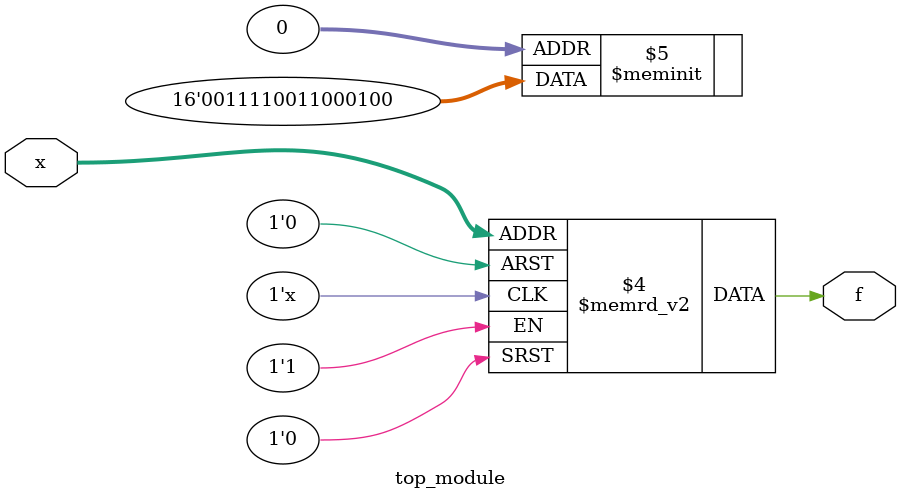
<source format=sv>
module top_module (
    input [4:1] x,
    output logic f
);
    always_comb begin
        case (x)
            4'b0001: f = 0;
            4'b0010: f = 1;
            4'b0110: f = 1;
            4'b0111: f = 1;
            4'b1010: f = 1;
            4'b1011: f = 1;
            4'b1100: f = 1;
            4'b1101: f = 1;
            4'b1110: f = 0;
            default: f = 0; // covers both regular and don't-care cases
        endcase
    end
endmodule

</source>
